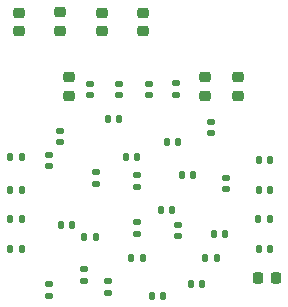
<source format=gbr>
%TF.GenerationSoftware,KiCad,Pcbnew,7.0.10*%
%TF.CreationDate,2024-01-13T18:06:35+01:00*%
%TF.ProjectId,FPGA,46504741-2e6b-4696-9361-645f70636258,rev?*%
%TF.SameCoordinates,Original*%
%TF.FileFunction,Paste,Bot*%
%TF.FilePolarity,Positive*%
%FSLAX46Y46*%
G04 Gerber Fmt 4.6, Leading zero omitted, Abs format (unit mm)*
G04 Created by KiCad (PCBNEW 7.0.10) date 2024-01-13 18:06:35*
%MOMM*%
%LPD*%
G01*
G04 APERTURE LIST*
G04 Aperture macros list*
%AMRoundRect*
0 Rectangle with rounded corners*
0 $1 Rounding radius*
0 $2 $3 $4 $5 $6 $7 $8 $9 X,Y pos of 4 corners*
0 Add a 4 corners polygon primitive as box body*
4,1,4,$2,$3,$4,$5,$6,$7,$8,$9,$2,$3,0*
0 Add four circle primitives for the rounded corners*
1,1,$1+$1,$2,$3*
1,1,$1+$1,$4,$5*
1,1,$1+$1,$6,$7*
1,1,$1+$1,$8,$9*
0 Add four rect primitives between the rounded corners*
20,1,$1+$1,$2,$3,$4,$5,0*
20,1,$1+$1,$4,$5,$6,$7,0*
20,1,$1+$1,$6,$7,$8,$9,0*
20,1,$1+$1,$8,$9,$2,$3,0*%
G04 Aperture macros list end*
%ADD10RoundRect,0.225000X0.250000X-0.225000X0.250000X0.225000X-0.250000X0.225000X-0.250000X-0.225000X0*%
%ADD11RoundRect,0.225000X-0.225000X-0.250000X0.225000X-0.250000X0.225000X0.250000X-0.225000X0.250000X0*%
%ADD12RoundRect,0.140000X-0.170000X0.140000X-0.170000X-0.140000X0.170000X-0.140000X0.170000X0.140000X0*%
%ADD13RoundRect,0.140000X0.140000X0.170000X-0.140000X0.170000X-0.140000X-0.170000X0.140000X-0.170000X0*%
%ADD14RoundRect,0.140000X-0.140000X-0.170000X0.140000X-0.170000X0.140000X0.170000X-0.140000X0.170000X0*%
%ADD15RoundRect,0.140000X0.170000X-0.140000X0.170000X0.140000X-0.170000X0.140000X-0.170000X-0.140000X0*%
G04 APERTURE END LIST*
D10*
%TO.C,C48*%
X92000000Y-91500000D03*
X92000000Y-93050000D03*
%TD*%
%TO.C,C47*%
X95500000Y-91475000D03*
X95500000Y-93025000D03*
%TD*%
%TO.C,C46*%
X102500000Y-93050000D03*
X102500000Y-91500000D03*
%TD*%
%TO.C,C45*%
X99000000Y-91500000D03*
X99000000Y-93050000D03*
%TD*%
%TO.C,C8*%
X110500000Y-98525000D03*
X110500000Y-96975000D03*
%TD*%
D11*
%TO.C,C14*%
X112225000Y-114000000D03*
X113775000Y-114000000D03*
%TD*%
D10*
%TO.C,C6*%
X96250000Y-98525000D03*
X96250000Y-96975000D03*
%TD*%
%TO.C,C9*%
X107750000Y-98525000D03*
X107750000Y-96975000D03*
%TD*%
D12*
%TO.C,C30*%
X99500000Y-114270000D03*
X99500000Y-115230000D03*
%TD*%
D13*
%TO.C,C38*%
X102480000Y-112250000D03*
X101520000Y-112250000D03*
%TD*%
D14*
%TO.C,C22*%
X112270000Y-109000000D03*
X113230000Y-109000000D03*
%TD*%
D15*
%TO.C,C49*%
X109500000Y-106460000D03*
X109500000Y-105500000D03*
%TD*%
D12*
%TO.C,C16*%
X108250000Y-100770000D03*
X108250000Y-101730000D03*
%TD*%
D13*
%TO.C,C32*%
X91270000Y-111500000D03*
X92230000Y-111500000D03*
%TD*%
D15*
%TO.C,C11*%
X103000000Y-98500000D03*
X103000000Y-97540000D03*
%TD*%
D13*
%TO.C,C25*%
X107480000Y-114500000D03*
X106520000Y-114500000D03*
%TD*%
D15*
%TO.C,C29*%
X94500000Y-115480000D03*
X94500000Y-114520000D03*
%TD*%
%TO.C,C10*%
X105250000Y-97500000D03*
X105250000Y-98460000D03*
%TD*%
D12*
%TO.C,C24*%
X95500000Y-101520000D03*
X95500000Y-102480000D03*
%TD*%
D14*
%TO.C,C23*%
X99520000Y-100500000D03*
X100480000Y-100500000D03*
%TD*%
D12*
%TO.C,C3*%
X102000000Y-105270000D03*
X102000000Y-106230000D03*
%TD*%
D14*
%TO.C,C1*%
X104020000Y-108250000D03*
X104980000Y-108250000D03*
%TD*%
D13*
%TO.C,C15*%
X109460000Y-110250000D03*
X108500000Y-110250000D03*
%TD*%
D14*
%TO.C,C19*%
X112310000Y-106500000D03*
X113270000Y-106500000D03*
%TD*%
%TO.C,C20*%
X113270000Y-111500000D03*
X112310000Y-111500000D03*
%TD*%
%TO.C,C26*%
X95520000Y-109500000D03*
X96480000Y-109500000D03*
%TD*%
%TO.C,C35*%
X101020000Y-103750000D03*
X101980000Y-103750000D03*
%TD*%
D15*
%TO.C,C5*%
X100500000Y-98500000D03*
X100500000Y-97540000D03*
%TD*%
D14*
%TO.C,C21*%
X112310000Y-104000000D03*
X113270000Y-104000000D03*
%TD*%
%TO.C,C18*%
X107770000Y-112250000D03*
X108730000Y-112250000D03*
%TD*%
D13*
%TO.C,C34*%
X91250000Y-109000000D03*
X92210000Y-109000000D03*
%TD*%
D15*
%TO.C,C4*%
X98000000Y-98500000D03*
X98000000Y-97540000D03*
%TD*%
D13*
%TO.C,C36*%
X103270000Y-115500000D03*
X104230000Y-115500000D03*
%TD*%
D14*
%TO.C,C37*%
X104540000Y-102500000D03*
X105500000Y-102500000D03*
%TD*%
D15*
%TO.C,C17*%
X97500000Y-114210000D03*
X97500000Y-113250000D03*
%TD*%
D13*
%TO.C,C31*%
X91270000Y-103750000D03*
X92230000Y-103750000D03*
%TD*%
%TO.C,C27*%
X98480000Y-110500000D03*
X97520000Y-110500000D03*
%TD*%
%TO.C,C33*%
X91270000Y-106500000D03*
X92230000Y-106500000D03*
%TD*%
D14*
%TO.C,C13*%
X106730000Y-105250000D03*
X105770000Y-105250000D03*
%TD*%
D12*
%TO.C,C2*%
X105500000Y-109500000D03*
X105500000Y-110460000D03*
%TD*%
D15*
%TO.C,C12*%
X98500000Y-105980000D03*
X98500000Y-105020000D03*
%TD*%
%TO.C,C28*%
X94500000Y-104480000D03*
X94500000Y-103520000D03*
%TD*%
%TO.C,C7*%
X102000000Y-110230000D03*
X102000000Y-109270000D03*
%TD*%
M02*

</source>
